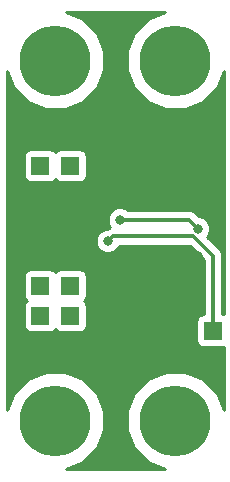
<source format=gbr>
G04 #@! TF.GenerationSoftware,KiCad,Pcbnew,(2018-02-10 revision a04965c36)-makepkg*
G04 #@! TF.CreationDate,2018-07-08T18:58:52+02:00*
G04 #@! TF.ProjectId,STEPUPDC01A,53544550555044433031412E6B696361,REV*
G04 #@! TF.SameCoordinates,Original*
G04 #@! TF.FileFunction,Copper,L1,Top,Signal*
G04 #@! TF.FilePolarity,Positive*
%FSLAX46Y46*%
G04 Gerber Fmt 4.6, Leading zero omitted, Abs format (unit mm)*
G04 Created by KiCad (PCBNEW (2018-02-10 revision a04965c36)-makepkg) date 07/08/18 18:58:52*
%MOMM*%
%LPD*%
G01*
G04 APERTURE LIST*
%ADD10R,1.524000X1.524000*%
%ADD11C,6.000000*%
%ADD12C,0.800000*%
%ADD13C,0.300000*%
%ADD14C,0.254000*%
G04 APERTURE END LIST*
D10*
X102235000Y-54610000D03*
X104775000Y-54610000D03*
X102235000Y-57150000D03*
X104775000Y-57150000D03*
X102235000Y-59690000D03*
X104775000Y-59690000D03*
X104775000Y-72390000D03*
X102235000Y-72390000D03*
X104775000Y-69850000D03*
X102235000Y-69850000D03*
X104775000Y-67310000D03*
X102235000Y-67310000D03*
X104775000Y-64770000D03*
X102235000Y-64770000D03*
D11*
X113665000Y-78740000D03*
X103505000Y-48260000D03*
X113665000Y-48260000D03*
X103505000Y-78740000D03*
D10*
X116840000Y-71120000D03*
X116840000Y-73660000D03*
D12*
X108966000Y-61722000D03*
X115572755Y-62479190D03*
X112395000Y-59055000D03*
X111125000Y-60325000D03*
X117475000Y-62865000D03*
X115570000Y-64770000D03*
X109220000Y-74930000D03*
X109474000Y-76200000D03*
X108458000Y-76200000D03*
X107442000Y-76200000D03*
X106426000Y-74676000D03*
X115062000Y-74168000D03*
X115062000Y-73152000D03*
X115062000Y-72136000D03*
X113284000Y-67818000D03*
X112522000Y-67818000D03*
X108966000Y-71628000D03*
X108966000Y-70866000D03*
X105156000Y-73914000D03*
X104140000Y-73914000D03*
X103124000Y-73914000D03*
X102108000Y-73914000D03*
X102108000Y-63500000D03*
X103378000Y-63500000D03*
X103378000Y-61214000D03*
X102362000Y-61214000D03*
X101346000Y-61214000D03*
X106172000Y-54102000D03*
X106172000Y-55118000D03*
X107442000Y-55118000D03*
X107442000Y-54102000D03*
X107442000Y-53086000D03*
X105918000Y-53086000D03*
X104648000Y-53086000D03*
X103378000Y-53086000D03*
X102108000Y-53086000D03*
X104394000Y-61214000D03*
X104394000Y-62484000D03*
X104394000Y-63500000D03*
X105410000Y-63500000D03*
X106426000Y-64262000D03*
X106426000Y-65278000D03*
X106680000Y-68072000D03*
X107188000Y-67056000D03*
X107188000Y-66040000D03*
X108966000Y-66070002D03*
X109728000Y-66294000D03*
X110744000Y-66294000D03*
X111760000Y-66294000D03*
X111760000Y-67310000D03*
X111760000Y-68326000D03*
X107950000Y-63530002D03*
D13*
X114815565Y-61722000D02*
X108966000Y-61722000D01*
X115572755Y-62479190D02*
X114815565Y-61722000D01*
X111125000Y-60325000D02*
X112395000Y-59055000D01*
X108458000Y-76200000D02*
X109474000Y-76200000D01*
X106426000Y-75184000D02*
X107442000Y-76200000D01*
X106426000Y-74676000D02*
X106426000Y-75184000D01*
X115062000Y-72136000D02*
X115062000Y-73152000D01*
X112522000Y-67818000D02*
X113284000Y-67818000D01*
X108966000Y-70866000D02*
X108966000Y-71628000D01*
X103124000Y-73914000D02*
X104140000Y-73914000D01*
X102235000Y-73787000D02*
X102108000Y-73914000D01*
X102235000Y-72390000D02*
X102235000Y-73787000D01*
X104394000Y-63500000D02*
X103378000Y-63500000D01*
X101346000Y-61214000D02*
X102362000Y-61214000D01*
X106172000Y-55118000D02*
X106172000Y-54102000D01*
X107442000Y-54102000D02*
X107442000Y-55118000D01*
X105918000Y-53086000D02*
X107442000Y-53086000D01*
X103378000Y-53086000D02*
X104648000Y-53086000D01*
X102235000Y-53213000D02*
X102108000Y-53086000D01*
X102235000Y-54610000D02*
X102235000Y-53213000D01*
X104394000Y-63500000D02*
X104394000Y-62484000D01*
X106172000Y-64262000D02*
X105410000Y-63500000D01*
X106426000Y-64262000D02*
X106172000Y-64262000D01*
X106680000Y-65532000D02*
X106426000Y-65278000D01*
X106680000Y-68072000D02*
X106680000Y-65532000D01*
X107188000Y-66040000D02*
X107188000Y-67056000D01*
X109189998Y-66294000D02*
X108966000Y-66070002D01*
X109728000Y-66294000D02*
X109189998Y-66294000D01*
X111760000Y-66294000D02*
X110744000Y-66294000D01*
X111760000Y-68326000D02*
X111760000Y-67310000D01*
X115200003Y-63130003D02*
X116840000Y-64770000D01*
X116840000Y-64770000D02*
X116840000Y-71120000D01*
X107950000Y-63530002D02*
X108349999Y-63130003D01*
X108349999Y-63130003D02*
X115200003Y-63130003D01*
D14*
G36*
X111327242Y-44761298D02*
X110166298Y-45922242D01*
X109538000Y-47439089D01*
X109538000Y-49080911D01*
X110166298Y-50597758D01*
X111327242Y-51758702D01*
X112844089Y-52387000D01*
X114485911Y-52387000D01*
X116002758Y-51758702D01*
X117163702Y-50597758D01*
X117756001Y-49167821D01*
X117756000Y-69741192D01*
X117625000Y-69715135D01*
X117625000Y-64847312D01*
X117640378Y-64770000D01*
X117625000Y-64692688D01*
X117625000Y-64692684D01*
X117579454Y-64463708D01*
X117490367Y-64330380D01*
X117449749Y-64269591D01*
X117449747Y-64269589D01*
X117405953Y-64204047D01*
X117340411Y-64160253D01*
X116347907Y-63167749D01*
X116450186Y-63065470D01*
X116607755Y-62685064D01*
X116607755Y-62273316D01*
X116450186Y-61892910D01*
X116159035Y-61601759D01*
X115778629Y-61444190D01*
X115647912Y-61444190D01*
X115425314Y-61221592D01*
X115381518Y-61156047D01*
X115121857Y-60982546D01*
X114892881Y-60937000D01*
X114892877Y-60937000D01*
X114815565Y-60921622D01*
X114738253Y-60937000D01*
X109644711Y-60937000D01*
X109552280Y-60844569D01*
X109171874Y-60687000D01*
X108760126Y-60687000D01*
X108379720Y-60844569D01*
X108088569Y-61135720D01*
X107931000Y-61516126D01*
X107931000Y-61927874D01*
X108088569Y-62308280D01*
X108149746Y-62369457D01*
X108043707Y-62390549D01*
X107887383Y-62495002D01*
X107744126Y-62495002D01*
X107363720Y-62652571D01*
X107072569Y-62943722D01*
X106915000Y-63324128D01*
X106915000Y-63735876D01*
X107072569Y-64116282D01*
X107363720Y-64407433D01*
X107744126Y-64565002D01*
X108155874Y-64565002D01*
X108536280Y-64407433D01*
X108827431Y-64116282D01*
X108910803Y-63915003D01*
X114874846Y-63915003D01*
X116055000Y-65095158D01*
X116055001Y-69715135D01*
X115830235Y-69759843D01*
X115620191Y-69900191D01*
X115479843Y-70110235D01*
X115430560Y-70358000D01*
X115430560Y-71882000D01*
X115479843Y-72129765D01*
X115620191Y-72339809D01*
X115830235Y-72480157D01*
X116078000Y-72529440D01*
X117602000Y-72529440D01*
X117756000Y-72498808D01*
X117756000Y-77832177D01*
X117163702Y-76402242D01*
X116002758Y-75241298D01*
X114485911Y-74613000D01*
X112844089Y-74613000D01*
X111327242Y-75241298D01*
X110166298Y-76402242D01*
X109538000Y-77919089D01*
X109538000Y-79560911D01*
X110166298Y-81077758D01*
X111327242Y-82238702D01*
X112757177Y-82831000D01*
X104412823Y-82831000D01*
X105842758Y-82238702D01*
X107003702Y-81077758D01*
X107632000Y-79560911D01*
X107632000Y-77919089D01*
X107003702Y-76402242D01*
X105842758Y-75241298D01*
X104325911Y-74613000D01*
X102684089Y-74613000D01*
X101167242Y-75241298D01*
X100006298Y-76402242D01*
X99414000Y-77832177D01*
X99414000Y-66548000D01*
X100825560Y-66548000D01*
X100825560Y-68072000D01*
X100874843Y-68319765D01*
X101015191Y-68529809D01*
X101090307Y-68580000D01*
X101015191Y-68630191D01*
X100874843Y-68840235D01*
X100825560Y-69088000D01*
X100825560Y-70612000D01*
X100874843Y-70859765D01*
X101015191Y-71069809D01*
X101225235Y-71210157D01*
X101473000Y-71259440D01*
X102997000Y-71259440D01*
X103244765Y-71210157D01*
X103454809Y-71069809D01*
X103505000Y-70994693D01*
X103555191Y-71069809D01*
X103765235Y-71210157D01*
X104013000Y-71259440D01*
X105537000Y-71259440D01*
X105784765Y-71210157D01*
X105994809Y-71069809D01*
X106135157Y-70859765D01*
X106184440Y-70612000D01*
X106184440Y-69088000D01*
X106135157Y-68840235D01*
X105994809Y-68630191D01*
X105919693Y-68580000D01*
X105994809Y-68529809D01*
X106135157Y-68319765D01*
X106184440Y-68072000D01*
X106184440Y-66548000D01*
X106135157Y-66300235D01*
X105994809Y-66090191D01*
X105784765Y-65949843D01*
X105537000Y-65900560D01*
X104013000Y-65900560D01*
X103765235Y-65949843D01*
X103555191Y-66090191D01*
X103505000Y-66165307D01*
X103454809Y-66090191D01*
X103244765Y-65949843D01*
X102997000Y-65900560D01*
X101473000Y-65900560D01*
X101225235Y-65949843D01*
X101015191Y-66090191D01*
X100874843Y-66300235D01*
X100825560Y-66548000D01*
X99414000Y-66548000D01*
X99414000Y-56388000D01*
X100825560Y-56388000D01*
X100825560Y-57912000D01*
X100874843Y-58159765D01*
X101015191Y-58369809D01*
X101225235Y-58510157D01*
X101473000Y-58559440D01*
X102997000Y-58559440D01*
X103244765Y-58510157D01*
X103454809Y-58369809D01*
X103505000Y-58294693D01*
X103555191Y-58369809D01*
X103765235Y-58510157D01*
X104013000Y-58559440D01*
X105537000Y-58559440D01*
X105784765Y-58510157D01*
X105994809Y-58369809D01*
X106135157Y-58159765D01*
X106184440Y-57912000D01*
X106184440Y-56388000D01*
X106135157Y-56140235D01*
X105994809Y-55930191D01*
X105784765Y-55789843D01*
X105537000Y-55740560D01*
X104013000Y-55740560D01*
X103765235Y-55789843D01*
X103555191Y-55930191D01*
X103505000Y-56005307D01*
X103454809Y-55930191D01*
X103244765Y-55789843D01*
X102997000Y-55740560D01*
X101473000Y-55740560D01*
X101225235Y-55789843D01*
X101015191Y-55930191D01*
X100874843Y-56140235D01*
X100825560Y-56388000D01*
X99414000Y-56388000D01*
X99414000Y-49167823D01*
X100006298Y-50597758D01*
X101167242Y-51758702D01*
X102684089Y-52387000D01*
X104325911Y-52387000D01*
X105842758Y-51758702D01*
X107003702Y-50597758D01*
X107632000Y-49080911D01*
X107632000Y-47439089D01*
X107003702Y-45922242D01*
X105842758Y-44761298D01*
X104412823Y-44169000D01*
X112757177Y-44169000D01*
X111327242Y-44761298D01*
X111327242Y-44761298D01*
G37*
X111327242Y-44761298D02*
X110166298Y-45922242D01*
X109538000Y-47439089D01*
X109538000Y-49080911D01*
X110166298Y-50597758D01*
X111327242Y-51758702D01*
X112844089Y-52387000D01*
X114485911Y-52387000D01*
X116002758Y-51758702D01*
X117163702Y-50597758D01*
X117756001Y-49167821D01*
X117756000Y-69741192D01*
X117625000Y-69715135D01*
X117625000Y-64847312D01*
X117640378Y-64770000D01*
X117625000Y-64692688D01*
X117625000Y-64692684D01*
X117579454Y-64463708D01*
X117490367Y-64330380D01*
X117449749Y-64269591D01*
X117449747Y-64269589D01*
X117405953Y-64204047D01*
X117340411Y-64160253D01*
X116347907Y-63167749D01*
X116450186Y-63065470D01*
X116607755Y-62685064D01*
X116607755Y-62273316D01*
X116450186Y-61892910D01*
X116159035Y-61601759D01*
X115778629Y-61444190D01*
X115647912Y-61444190D01*
X115425314Y-61221592D01*
X115381518Y-61156047D01*
X115121857Y-60982546D01*
X114892881Y-60937000D01*
X114892877Y-60937000D01*
X114815565Y-60921622D01*
X114738253Y-60937000D01*
X109644711Y-60937000D01*
X109552280Y-60844569D01*
X109171874Y-60687000D01*
X108760126Y-60687000D01*
X108379720Y-60844569D01*
X108088569Y-61135720D01*
X107931000Y-61516126D01*
X107931000Y-61927874D01*
X108088569Y-62308280D01*
X108149746Y-62369457D01*
X108043707Y-62390549D01*
X107887383Y-62495002D01*
X107744126Y-62495002D01*
X107363720Y-62652571D01*
X107072569Y-62943722D01*
X106915000Y-63324128D01*
X106915000Y-63735876D01*
X107072569Y-64116282D01*
X107363720Y-64407433D01*
X107744126Y-64565002D01*
X108155874Y-64565002D01*
X108536280Y-64407433D01*
X108827431Y-64116282D01*
X108910803Y-63915003D01*
X114874846Y-63915003D01*
X116055000Y-65095158D01*
X116055001Y-69715135D01*
X115830235Y-69759843D01*
X115620191Y-69900191D01*
X115479843Y-70110235D01*
X115430560Y-70358000D01*
X115430560Y-71882000D01*
X115479843Y-72129765D01*
X115620191Y-72339809D01*
X115830235Y-72480157D01*
X116078000Y-72529440D01*
X117602000Y-72529440D01*
X117756000Y-72498808D01*
X117756000Y-77832177D01*
X117163702Y-76402242D01*
X116002758Y-75241298D01*
X114485911Y-74613000D01*
X112844089Y-74613000D01*
X111327242Y-75241298D01*
X110166298Y-76402242D01*
X109538000Y-77919089D01*
X109538000Y-79560911D01*
X110166298Y-81077758D01*
X111327242Y-82238702D01*
X112757177Y-82831000D01*
X104412823Y-82831000D01*
X105842758Y-82238702D01*
X107003702Y-81077758D01*
X107632000Y-79560911D01*
X107632000Y-77919089D01*
X107003702Y-76402242D01*
X105842758Y-75241298D01*
X104325911Y-74613000D01*
X102684089Y-74613000D01*
X101167242Y-75241298D01*
X100006298Y-76402242D01*
X99414000Y-77832177D01*
X99414000Y-66548000D01*
X100825560Y-66548000D01*
X100825560Y-68072000D01*
X100874843Y-68319765D01*
X101015191Y-68529809D01*
X101090307Y-68580000D01*
X101015191Y-68630191D01*
X100874843Y-68840235D01*
X100825560Y-69088000D01*
X100825560Y-70612000D01*
X100874843Y-70859765D01*
X101015191Y-71069809D01*
X101225235Y-71210157D01*
X101473000Y-71259440D01*
X102997000Y-71259440D01*
X103244765Y-71210157D01*
X103454809Y-71069809D01*
X103505000Y-70994693D01*
X103555191Y-71069809D01*
X103765235Y-71210157D01*
X104013000Y-71259440D01*
X105537000Y-71259440D01*
X105784765Y-71210157D01*
X105994809Y-71069809D01*
X106135157Y-70859765D01*
X106184440Y-70612000D01*
X106184440Y-69088000D01*
X106135157Y-68840235D01*
X105994809Y-68630191D01*
X105919693Y-68580000D01*
X105994809Y-68529809D01*
X106135157Y-68319765D01*
X106184440Y-68072000D01*
X106184440Y-66548000D01*
X106135157Y-66300235D01*
X105994809Y-66090191D01*
X105784765Y-65949843D01*
X105537000Y-65900560D01*
X104013000Y-65900560D01*
X103765235Y-65949843D01*
X103555191Y-66090191D01*
X103505000Y-66165307D01*
X103454809Y-66090191D01*
X103244765Y-65949843D01*
X102997000Y-65900560D01*
X101473000Y-65900560D01*
X101225235Y-65949843D01*
X101015191Y-66090191D01*
X100874843Y-66300235D01*
X100825560Y-66548000D01*
X99414000Y-66548000D01*
X99414000Y-56388000D01*
X100825560Y-56388000D01*
X100825560Y-57912000D01*
X100874843Y-58159765D01*
X101015191Y-58369809D01*
X101225235Y-58510157D01*
X101473000Y-58559440D01*
X102997000Y-58559440D01*
X103244765Y-58510157D01*
X103454809Y-58369809D01*
X103505000Y-58294693D01*
X103555191Y-58369809D01*
X103765235Y-58510157D01*
X104013000Y-58559440D01*
X105537000Y-58559440D01*
X105784765Y-58510157D01*
X105994809Y-58369809D01*
X106135157Y-58159765D01*
X106184440Y-57912000D01*
X106184440Y-56388000D01*
X106135157Y-56140235D01*
X105994809Y-55930191D01*
X105784765Y-55789843D01*
X105537000Y-55740560D01*
X104013000Y-55740560D01*
X103765235Y-55789843D01*
X103555191Y-55930191D01*
X103505000Y-56005307D01*
X103454809Y-55930191D01*
X103244765Y-55789843D01*
X102997000Y-55740560D01*
X101473000Y-55740560D01*
X101225235Y-55789843D01*
X101015191Y-55930191D01*
X100874843Y-56140235D01*
X100825560Y-56388000D01*
X99414000Y-56388000D01*
X99414000Y-49167823D01*
X100006298Y-50597758D01*
X101167242Y-51758702D01*
X102684089Y-52387000D01*
X104325911Y-52387000D01*
X105842758Y-51758702D01*
X107003702Y-50597758D01*
X107632000Y-49080911D01*
X107632000Y-47439089D01*
X107003702Y-45922242D01*
X105842758Y-44761298D01*
X104412823Y-44169000D01*
X112757177Y-44169000D01*
X111327242Y-44761298D01*
M02*

</source>
